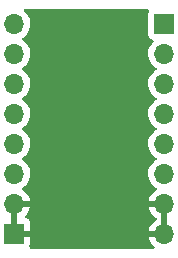
<source format=gbr>
%TF.GenerationSoftware,KiCad,Pcbnew,(6.0.5)*%
%TF.CreationDate,2022-07-01T10:08:14+08:00*%
%TF.ProjectId,convertor,636f6e76-6572-4746-9f72-2e6b69636164,rev?*%
%TF.SameCoordinates,Original*%
%TF.FileFunction,Copper,L2,Bot*%
%TF.FilePolarity,Positive*%
%FSLAX46Y46*%
G04 Gerber Fmt 4.6, Leading zero omitted, Abs format (unit mm)*
G04 Created by KiCad (PCBNEW (6.0.5)) date 2022-07-01 10:08:14*
%MOMM*%
%LPD*%
G01*
G04 APERTURE LIST*
%TA.AperFunction,ComponentPad*%
%ADD10R,1.700000X1.700000*%
%TD*%
%TA.AperFunction,ComponentPad*%
%ADD11O,1.700000X1.700000*%
%TD*%
%TA.AperFunction,ViaPad*%
%ADD12C,0.508000*%
%TD*%
G04 APERTURE END LIST*
D10*
%TO.P,J2,1,Pin_1*%
%TO.N,Net-(C3-Pad1)*%
X146050000Y-92710000D03*
D11*
%TO.P,J2,2,Pin_2*%
X146050000Y-95250000D03*
%TO.P,J2,3,Pin_3*%
%TO.N,Net-(J2-Pad3)*%
X146050000Y-97790000D03*
%TO.P,J2,4,Pin_4*%
%TO.N,Net-(J2-Pad4)*%
X146050000Y-100330000D03*
%TO.P,J2,5,Pin_5*%
%TO.N,Net-(J2-Pad5)*%
X146050000Y-102870000D03*
%TO.P,J2,6,Pin_6*%
%TO.N,Net-(J2-Pad6)*%
X146050000Y-105410000D03*
%TO.P,J2,7,Pin_7*%
%TO.N,GND*%
X146050000Y-107950000D03*
%TO.P,J2,8,Pin_8*%
X146050000Y-110490000D03*
%TD*%
D10*
%TO.P,J1,1,Pin_1*%
%TO.N,GND*%
X133350000Y-110490000D03*
D11*
%TO.P,J1,2,Pin_2*%
X133350000Y-107950000D03*
%TO.P,J1,3,Pin_3*%
%TO.N,Net-(U1-Pad5)*%
X133350000Y-105410000D03*
%TO.P,J1,4,Pin_4*%
%TO.N,Net-(U1-Pad4)*%
X133350000Y-102870000D03*
%TO.P,J1,5,Pin_5*%
%TO.N,Net-(U1-Pad3)*%
X133350000Y-100330000D03*
%TO.P,J1,6,Pin_6*%
%TO.N,Net-(U1-Pad2)*%
X133350000Y-97790000D03*
%TO.P,J1,7,Pin_7*%
%TO.N,Net-(C1-Pad1)*%
X133350000Y-95250000D03*
%TO.P,J1,8,Pin_8*%
X133350000Y-92710000D03*
%TD*%
D12*
%TO.N,GND*%
X137287000Y-111506000D03*
X141224000Y-97536000D03*
X136271000Y-104140000D03*
X137287000Y-109220000D03*
X142367000Y-109220000D03*
X142240000Y-91694000D03*
X144526000Y-93980000D03*
X137287000Y-106680000D03*
X141097000Y-103251000D03*
X137160000Y-93980000D03*
X142240000Y-93980000D03*
X134874000Y-109220000D03*
X142367000Y-111506000D03*
X139700000Y-109220000D03*
X134874000Y-111506000D03*
X136906000Y-96774000D03*
X139700000Y-104140000D03*
X134874000Y-93980000D03*
X138430000Y-103251000D03*
X144526000Y-91694000D03*
X134874000Y-91694000D03*
X134874000Y-106680000D03*
X139700000Y-91694000D03*
X139700000Y-96520000D03*
X144526000Y-106680000D03*
X144526000Y-109220000D03*
X142494000Y-96774000D03*
X138176000Y-97536000D03*
X144526000Y-111506000D03*
X139700000Y-111506000D03*
X143129000Y-104140000D03*
X137160000Y-91694000D03*
X142367000Y-106680000D03*
X139700000Y-93980000D03*
X139700000Y-106680000D03*
%TD*%
%TA.AperFunction,Conductor*%
%TO.N,GND*%
G36*
X144700928Y-91460502D02*
G01*
X144747421Y-91514158D01*
X144757525Y-91584432D01*
X144748067Y-91612801D01*
X144749385Y-91613295D01*
X144698255Y-91749684D01*
X144691500Y-91811866D01*
X144691500Y-93608134D01*
X144698255Y-93670316D01*
X144749385Y-93806705D01*
X144836739Y-93923261D01*
X144953295Y-94010615D01*
X144961704Y-94013767D01*
X144961705Y-94013768D01*
X145070451Y-94054535D01*
X145127216Y-94097176D01*
X145151916Y-94163738D01*
X145136709Y-94233087D01*
X145117316Y-94259568D01*
X144990629Y-94392138D01*
X144864743Y-94576680D01*
X144770688Y-94779305D01*
X144710989Y-94994570D01*
X144687251Y-95216695D01*
X144687548Y-95221848D01*
X144687548Y-95221851D01*
X144693011Y-95316590D01*
X144700110Y-95439715D01*
X144701247Y-95444761D01*
X144701248Y-95444767D01*
X144721119Y-95532939D01*
X144749222Y-95657639D01*
X144833266Y-95864616D01*
X144949987Y-96055088D01*
X145096250Y-96223938D01*
X145268126Y-96366632D01*
X145283470Y-96375598D01*
X145341445Y-96409476D01*
X145390169Y-96461114D01*
X145403240Y-96530897D01*
X145376509Y-96596669D01*
X145336055Y-96630027D01*
X145323607Y-96636507D01*
X145319474Y-96639610D01*
X145319471Y-96639612D01*
X145295247Y-96657800D01*
X145144965Y-96770635D01*
X144990629Y-96932138D01*
X144864743Y-97116680D01*
X144770688Y-97319305D01*
X144710989Y-97534570D01*
X144687251Y-97756695D01*
X144687548Y-97761848D01*
X144687548Y-97761851D01*
X144693011Y-97856590D01*
X144700110Y-97979715D01*
X144701247Y-97984761D01*
X144701248Y-97984767D01*
X144721119Y-98072939D01*
X144749222Y-98197639D01*
X144833266Y-98404616D01*
X144949987Y-98595088D01*
X145096250Y-98763938D01*
X145268126Y-98906632D01*
X145283470Y-98915598D01*
X145341445Y-98949476D01*
X145390169Y-99001114D01*
X145403240Y-99070897D01*
X145376509Y-99136669D01*
X145336055Y-99170027D01*
X145323607Y-99176507D01*
X145319474Y-99179610D01*
X145319471Y-99179612D01*
X145295247Y-99197800D01*
X145144965Y-99310635D01*
X144990629Y-99472138D01*
X144864743Y-99656680D01*
X144770688Y-99859305D01*
X144710989Y-100074570D01*
X144687251Y-100296695D01*
X144687548Y-100301848D01*
X144687548Y-100301851D01*
X144693011Y-100396590D01*
X144700110Y-100519715D01*
X144701247Y-100524761D01*
X144701248Y-100524767D01*
X144721119Y-100612939D01*
X144749222Y-100737639D01*
X144833266Y-100944616D01*
X144949987Y-101135088D01*
X145096250Y-101303938D01*
X145268126Y-101446632D01*
X145283470Y-101455598D01*
X145341445Y-101489476D01*
X145390169Y-101541114D01*
X145403240Y-101610897D01*
X145376509Y-101676669D01*
X145336055Y-101710027D01*
X145323607Y-101716507D01*
X145319474Y-101719610D01*
X145319471Y-101719612D01*
X145295247Y-101737800D01*
X145144965Y-101850635D01*
X144990629Y-102012138D01*
X144864743Y-102196680D01*
X144770688Y-102399305D01*
X144710989Y-102614570D01*
X144687251Y-102836695D01*
X144687548Y-102841848D01*
X144687548Y-102841851D01*
X144693011Y-102936590D01*
X144700110Y-103059715D01*
X144701247Y-103064761D01*
X144701248Y-103064767D01*
X144721119Y-103152939D01*
X144749222Y-103277639D01*
X144833266Y-103484616D01*
X144949987Y-103675088D01*
X145096250Y-103843938D01*
X145268126Y-103986632D01*
X145283470Y-103995598D01*
X145341445Y-104029476D01*
X145390169Y-104081114D01*
X145403240Y-104150897D01*
X145376509Y-104216669D01*
X145336055Y-104250027D01*
X145323607Y-104256507D01*
X145319474Y-104259610D01*
X145319471Y-104259612D01*
X145295247Y-104277800D01*
X145144965Y-104390635D01*
X144990629Y-104552138D01*
X144864743Y-104736680D01*
X144770688Y-104939305D01*
X144710989Y-105154570D01*
X144687251Y-105376695D01*
X144687548Y-105381848D01*
X144687548Y-105381851D01*
X144693011Y-105476590D01*
X144700110Y-105599715D01*
X144701247Y-105604761D01*
X144701248Y-105604767D01*
X144721119Y-105692939D01*
X144749222Y-105817639D01*
X144833266Y-106024616D01*
X144949987Y-106215088D01*
X145096250Y-106383938D01*
X145268126Y-106526632D01*
X145283470Y-106535598D01*
X145341955Y-106569774D01*
X145390679Y-106621412D01*
X145403750Y-106691195D01*
X145377019Y-106756967D01*
X145336562Y-106790327D01*
X145328457Y-106794546D01*
X145319738Y-106800036D01*
X145149433Y-106927905D01*
X145141726Y-106934748D01*
X144994590Y-107088717D01*
X144988104Y-107096727D01*
X144868098Y-107272649D01*
X144863000Y-107281623D01*
X144773338Y-107474783D01*
X144769775Y-107484470D01*
X144714389Y-107684183D01*
X144715912Y-107692607D01*
X144728292Y-107696000D01*
X146178000Y-107696000D01*
X146246121Y-107716002D01*
X146292614Y-107769658D01*
X146304000Y-107822000D01*
X146304000Y-110618000D01*
X146283998Y-110686121D01*
X146230342Y-110732614D01*
X146178000Y-110744000D01*
X144733225Y-110744000D01*
X144719694Y-110747973D01*
X144718257Y-110757966D01*
X144748565Y-110892446D01*
X144751645Y-110902275D01*
X144831770Y-111099603D01*
X144836413Y-111108794D01*
X144947694Y-111290388D01*
X144953777Y-111298699D01*
X145093213Y-111459667D01*
X145100580Y-111466883D01*
X145184502Y-111536556D01*
X145224137Y-111595459D01*
X145225635Y-111666440D01*
X145188520Y-111726962D01*
X145124576Y-111757811D01*
X145104017Y-111759500D01*
X134766617Y-111759500D01*
X134698496Y-111739498D01*
X134652003Y-111685842D01*
X134641899Y-111615568D01*
X134651444Y-111586939D01*
X134650172Y-111586462D01*
X134698478Y-111457606D01*
X134702105Y-111442351D01*
X134707631Y-111391486D01*
X134708000Y-111384672D01*
X134708000Y-110762115D01*
X134703525Y-110746876D01*
X134702135Y-110745671D01*
X134694452Y-110744000D01*
X133222000Y-110744000D01*
X133153879Y-110723998D01*
X133107386Y-110670342D01*
X133096000Y-110618000D01*
X133096000Y-110217885D01*
X133604000Y-110217885D01*
X133608475Y-110233124D01*
X133609865Y-110234329D01*
X133617548Y-110236000D01*
X134689884Y-110236000D01*
X134705123Y-110231525D01*
X134706328Y-110230135D01*
X134707623Y-110224183D01*
X144714389Y-110224183D01*
X144715912Y-110232607D01*
X144728292Y-110236000D01*
X145777885Y-110236000D01*
X145793124Y-110231525D01*
X145794329Y-110230135D01*
X145796000Y-110222452D01*
X145796000Y-108222115D01*
X145791525Y-108206876D01*
X145790135Y-108205671D01*
X145782452Y-108204000D01*
X144733225Y-108204000D01*
X144719694Y-108207973D01*
X144718257Y-108217966D01*
X144748565Y-108352446D01*
X144751645Y-108362275D01*
X144831770Y-108559603D01*
X144836413Y-108568794D01*
X144947694Y-108750388D01*
X144953777Y-108758699D01*
X145093213Y-108919667D01*
X145100580Y-108926883D01*
X145264434Y-109062916D01*
X145272881Y-109068831D01*
X145342479Y-109109501D01*
X145391203Y-109161140D01*
X145404274Y-109230923D01*
X145377543Y-109296694D01*
X145337087Y-109330053D01*
X145328462Y-109334542D01*
X145319738Y-109340036D01*
X145149433Y-109467905D01*
X145141726Y-109474748D01*
X144994590Y-109628717D01*
X144988104Y-109636727D01*
X144868098Y-109812649D01*
X144863000Y-109821623D01*
X144773338Y-110014783D01*
X144769775Y-110024470D01*
X144714389Y-110224183D01*
X134707623Y-110224183D01*
X134707999Y-110222452D01*
X134707999Y-109595331D01*
X134707629Y-109588510D01*
X134702105Y-109537648D01*
X134698479Y-109522396D01*
X134653324Y-109401946D01*
X134644786Y-109386351D01*
X134568285Y-109284276D01*
X134555724Y-109271715D01*
X134453649Y-109195214D01*
X134438054Y-109186676D01*
X134327297Y-109145155D01*
X134270533Y-109102513D01*
X134245833Y-109035952D01*
X134261040Y-108966603D01*
X134282587Y-108937922D01*
X134384057Y-108836805D01*
X134390730Y-108828965D01*
X134515003Y-108656020D01*
X134520313Y-108647183D01*
X134614670Y-108456267D01*
X134618469Y-108446672D01*
X134680377Y-108242910D01*
X134682555Y-108232837D01*
X134683986Y-108221962D01*
X134681775Y-108207778D01*
X134668617Y-108204000D01*
X133622115Y-108204000D01*
X133606876Y-108208475D01*
X133605671Y-108209865D01*
X133604000Y-108217548D01*
X133604000Y-110217885D01*
X133096000Y-110217885D01*
X133096000Y-107822000D01*
X133116002Y-107753879D01*
X133169658Y-107707386D01*
X133222000Y-107696000D01*
X134668344Y-107696000D01*
X134681875Y-107692027D01*
X134683180Y-107682947D01*
X134641214Y-107515875D01*
X134637894Y-107506124D01*
X134552972Y-107310814D01*
X134548105Y-107301739D01*
X134432426Y-107122926D01*
X134426136Y-107114757D01*
X134282806Y-106957240D01*
X134275273Y-106950215D01*
X134108139Y-106818222D01*
X134099556Y-106812520D01*
X134062602Y-106792120D01*
X134012631Y-106741687D01*
X133997859Y-106672245D01*
X134022975Y-106605839D01*
X134050327Y-106579232D01*
X134111500Y-106535598D01*
X134229860Y-106451173D01*
X134388096Y-106293489D01*
X134447594Y-106210689D01*
X134515435Y-106116277D01*
X134518453Y-106112077D01*
X134617430Y-105911811D01*
X134682370Y-105698069D01*
X134711529Y-105476590D01*
X134713156Y-105410000D01*
X134694852Y-105187361D01*
X134640431Y-104970702D01*
X134551354Y-104765840D01*
X134430014Y-104578277D01*
X134279670Y-104413051D01*
X134275619Y-104409852D01*
X134275615Y-104409848D01*
X134108414Y-104277800D01*
X134108410Y-104277798D01*
X134104359Y-104274598D01*
X134063053Y-104251796D01*
X134013084Y-104201364D01*
X133998312Y-104131921D01*
X134023428Y-104065516D01*
X134050780Y-104038909D01*
X134111500Y-103995598D01*
X134229860Y-103911173D01*
X134388096Y-103753489D01*
X134447594Y-103670689D01*
X134515435Y-103576277D01*
X134518453Y-103572077D01*
X134617430Y-103371811D01*
X134682370Y-103158069D01*
X134711529Y-102936590D01*
X134713156Y-102870000D01*
X134694852Y-102647361D01*
X134640431Y-102430702D01*
X134551354Y-102225840D01*
X134430014Y-102038277D01*
X134279670Y-101873051D01*
X134275619Y-101869852D01*
X134275615Y-101869848D01*
X134108414Y-101737800D01*
X134108410Y-101737798D01*
X134104359Y-101734598D01*
X134063053Y-101711796D01*
X134013084Y-101661364D01*
X133998312Y-101591921D01*
X134023428Y-101525516D01*
X134050780Y-101498909D01*
X134111500Y-101455598D01*
X134229860Y-101371173D01*
X134388096Y-101213489D01*
X134447594Y-101130689D01*
X134515435Y-101036277D01*
X134518453Y-101032077D01*
X134617430Y-100831811D01*
X134682370Y-100618069D01*
X134711529Y-100396590D01*
X134713156Y-100330000D01*
X134694852Y-100107361D01*
X134640431Y-99890702D01*
X134551354Y-99685840D01*
X134430014Y-99498277D01*
X134279670Y-99333051D01*
X134275619Y-99329852D01*
X134275615Y-99329848D01*
X134108414Y-99197800D01*
X134108410Y-99197798D01*
X134104359Y-99194598D01*
X134063053Y-99171796D01*
X134013084Y-99121364D01*
X133998312Y-99051921D01*
X134023428Y-98985516D01*
X134050780Y-98958909D01*
X134111500Y-98915598D01*
X134229860Y-98831173D01*
X134388096Y-98673489D01*
X134447594Y-98590689D01*
X134515435Y-98496277D01*
X134518453Y-98492077D01*
X134617430Y-98291811D01*
X134682370Y-98078069D01*
X134711529Y-97856590D01*
X134713156Y-97790000D01*
X134694852Y-97567361D01*
X134640431Y-97350702D01*
X134551354Y-97145840D01*
X134430014Y-96958277D01*
X134279670Y-96793051D01*
X134275619Y-96789852D01*
X134275615Y-96789848D01*
X134108414Y-96657800D01*
X134108410Y-96657798D01*
X134104359Y-96654598D01*
X134063053Y-96631796D01*
X134013084Y-96581364D01*
X133998312Y-96511921D01*
X134023428Y-96445516D01*
X134050780Y-96418909D01*
X134111500Y-96375598D01*
X134229860Y-96291173D01*
X134388096Y-96133489D01*
X134447594Y-96050689D01*
X134515435Y-95956277D01*
X134518453Y-95952077D01*
X134617430Y-95751811D01*
X134682370Y-95538069D01*
X134711529Y-95316590D01*
X134713156Y-95250000D01*
X134694852Y-95027361D01*
X134640431Y-94810702D01*
X134551354Y-94605840D01*
X134430014Y-94418277D01*
X134279670Y-94253051D01*
X134275619Y-94249852D01*
X134275615Y-94249848D01*
X134108414Y-94117800D01*
X134108410Y-94117798D01*
X134104359Y-94114598D01*
X134063053Y-94091796D01*
X134013084Y-94041364D01*
X133998312Y-93971921D01*
X134023428Y-93905516D01*
X134050780Y-93878909D01*
X134141932Y-93813891D01*
X134229860Y-93751173D01*
X134388096Y-93593489D01*
X134518453Y-93412077D01*
X134617430Y-93211811D01*
X134682370Y-92998069D01*
X134711529Y-92776590D01*
X134713156Y-92710000D01*
X134694852Y-92487361D01*
X134640431Y-92270702D01*
X134551354Y-92065840D01*
X134430014Y-91878277D01*
X134279670Y-91713051D01*
X134275619Y-91709852D01*
X134275615Y-91709848D01*
X134219311Y-91665382D01*
X134178248Y-91607464D01*
X134175016Y-91536541D01*
X134210642Y-91475130D01*
X134273813Y-91442728D01*
X134297403Y-91440500D01*
X144632807Y-91440500D01*
X144700928Y-91460502D01*
G37*
%TD.AperFunction*%
%TD*%
M02*

</source>
